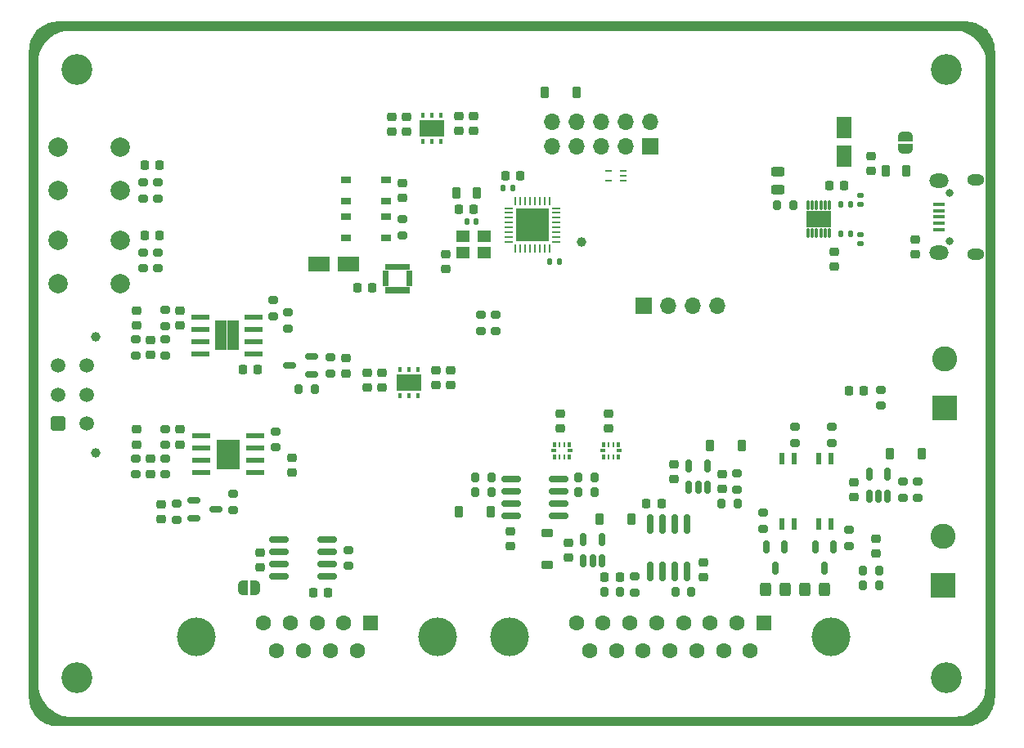
<source format=gts>
G04 #@! TF.GenerationSoftware,KiCad,Pcbnew,7.0.9*
G04 #@! TF.CreationDate,2023-12-02T16:20:12-07:00*
G04 #@! TF.ProjectId,Fuel_Cell_Controller_Prototype,4675656c-5f43-4656-9c6c-5f436f6e7472,V1.0*
G04 #@! TF.SameCoordinates,Original*
G04 #@! TF.FileFunction,Soldermask,Top*
G04 #@! TF.FilePolarity,Negative*
%FSLAX46Y46*%
G04 Gerber Fmt 4.6, Leading zero omitted, Abs format (unit mm)*
G04 Created by KiCad (PCBNEW 7.0.9) date 2023-12-02 16:20:12*
%MOMM*%
%LPD*%
G01*
G04 APERTURE LIST*
G04 Aperture macros list*
%AMRoundRect*
0 Rectangle with rounded corners*
0 $1 Rounding radius*
0 $2 $3 $4 $5 $6 $7 $8 $9 X,Y pos of 4 corners*
0 Add a 4 corners polygon primitive as box body*
4,1,4,$2,$3,$4,$5,$6,$7,$8,$9,$2,$3,0*
0 Add four circle primitives for the rounded corners*
1,1,$1+$1,$2,$3*
1,1,$1+$1,$4,$5*
1,1,$1+$1,$6,$7*
1,1,$1+$1,$8,$9*
0 Add four rect primitives between the rounded corners*
20,1,$1+$1,$2,$3,$4,$5,0*
20,1,$1+$1,$4,$5,$6,$7,0*
20,1,$1+$1,$6,$7,$8,$9,0*
20,1,$1+$1,$8,$9,$2,$3,0*%
%AMFreePoly0*
4,1,19,0.500000,-0.750000,0.000000,-0.750000,0.000000,-0.744911,-0.071157,-0.744911,-0.207708,-0.704816,-0.327430,-0.627875,-0.420627,-0.520320,-0.479746,-0.390866,-0.500000,-0.250000,-0.500000,0.250000,-0.479746,0.390866,-0.420627,0.520320,-0.327430,0.627875,-0.207708,0.704816,-0.071157,0.744911,0.000000,0.744911,0.000000,0.750000,0.500000,0.750000,0.500000,-0.750000,0.500000,-0.750000,
$1*%
%AMFreePoly1*
4,1,19,0.000000,0.744911,0.071157,0.744911,0.207708,0.704816,0.327430,0.627875,0.420627,0.520320,0.479746,0.390866,0.500000,0.250000,0.500000,-0.250000,0.479746,-0.390866,0.420627,-0.520320,0.327430,-0.627875,0.207708,-0.704816,0.071157,-0.744911,0.000000,-0.744911,0.000000,-0.750000,-0.500000,-0.750000,-0.500000,0.750000,0.000000,0.750000,0.000000,0.744911,0.000000,0.744911,
$1*%
G04 Aperture macros list end*
%ADD10C,0.150000*%
%ADD11C,0.010000*%
%ADD12RoundRect,0.218750X-0.218750X-0.381250X0.218750X-0.381250X0.218750X0.381250X-0.218750X0.381250X0*%
%ADD13RoundRect,0.218750X0.256250X-0.218750X0.256250X0.218750X-0.256250X0.218750X-0.256250X-0.218750X0*%
%ADD14RoundRect,0.218750X-0.256250X0.218750X-0.256250X-0.218750X0.256250X-0.218750X0.256250X0.218750X0*%
%ADD15RoundRect,0.225000X0.225000X0.250000X-0.225000X0.250000X-0.225000X-0.250000X0.225000X-0.250000X0*%
%ADD16RoundRect,0.225000X0.250000X-0.225000X0.250000X0.225000X-0.250000X0.225000X-0.250000X-0.225000X0*%
%ADD17RoundRect,0.225000X-0.225000X-0.250000X0.225000X-0.250000X0.225000X0.250000X-0.225000X0.250000X0*%
%ADD18RoundRect,0.200000X0.275000X-0.200000X0.275000X0.200000X-0.275000X0.200000X-0.275000X-0.200000X0*%
%ADD19RoundRect,0.225000X-0.250000X0.225000X-0.250000X-0.225000X0.250000X-0.225000X0.250000X0.225000X0*%
%ADD20RoundRect,0.250000X-0.325000X-0.450000X0.325000X-0.450000X0.325000X0.450000X-0.325000X0.450000X0*%
%ADD21RoundRect,0.150000X-0.150000X0.512500X-0.150000X-0.512500X0.150000X-0.512500X0.150000X0.512500X0*%
%ADD22RoundRect,0.200000X-0.275000X0.200000X-0.275000X-0.200000X0.275000X-0.200000X0.275000X0.200000X0*%
%ADD23RoundRect,0.150000X-0.150000X0.825000X-0.150000X-0.825000X0.150000X-0.825000X0.150000X0.825000X0*%
%ADD24C,3.200000*%
%ADD25C,2.000000*%
%ADD26RoundRect,0.200000X-0.200000X-0.275000X0.200000X-0.275000X0.200000X0.275000X-0.200000X0.275000X0*%
%ADD27R,1.050000X0.650000*%
%ADD28R,1.910000X0.610000*%
%ADD29R,1.205000X1.550000*%
%ADD30R,2.600000X2.600000*%
%ADD31C,2.600000*%
%ADD32RoundRect,0.200000X0.200000X0.275000X-0.200000X0.275000X-0.200000X-0.275000X0.200000X-0.275000X0*%
%ADD33RoundRect,0.150000X0.825000X0.150000X-0.825000X0.150000X-0.825000X-0.150000X0.825000X-0.150000X0*%
%ADD34R,1.700000X1.700000*%
%ADD35O,1.700000X1.700000*%
%ADD36R,0.300000X0.580000*%
%ADD37R,0.250000X0.580000*%
%ADD38R,0.630000X0.350000*%
%ADD39RoundRect,0.135000X-0.135000X-0.185000X0.135000X-0.185000X0.135000X0.185000X-0.135000X0.185000X0*%
%ADD40R,0.762000X0.279400*%
%ADD41R,0.450000X0.630000*%
%ADD42R,2.600000X1.700000*%
%ADD43RoundRect,0.140000X0.170000X-0.140000X0.170000X0.140000X-0.170000X0.140000X-0.170000X-0.140000X0*%
%ADD44FreePoly0,0.000000*%
%ADD45FreePoly1,0.000000*%
%ADD46RoundRect,0.150000X-0.825000X-0.150000X0.825000X-0.150000X0.825000X0.150000X-0.825000X0.150000X0*%
%ADD47C,1.000000*%
%ADD48RoundRect,0.250001X0.499999X-0.499999X0.499999X0.499999X-0.499999X0.499999X-0.499999X-0.499999X0*%
%ADD49C,1.500000*%
%ADD50FreePoly0,90.000000*%
%ADD51FreePoly1,90.000000*%
%ADD52R,2.200000X1.600000*%
%ADD53C,4.000000*%
%ADD54R,1.600000X1.600000*%
%ADD55C,1.600000*%
%ADD56R,0.558800X1.219200*%
%ADD57RoundRect,0.243750X0.456250X-0.243750X0.456250X0.243750X-0.456250X0.243750X-0.456250X-0.243750X0*%
%ADD58RoundRect,0.140000X-0.170000X0.140000X-0.170000X-0.140000X0.170000X-0.140000X0.170000X0.140000X0*%
%ADD59RoundRect,0.225000X0.225000X0.375000X-0.225000X0.375000X-0.225000X-0.375000X0.225000X-0.375000X0*%
%ADD60RoundRect,0.150000X0.150000X-0.512500X0.150000X0.512500X-0.150000X0.512500X-0.150000X-0.512500X0*%
%ADD61RoundRect,0.250000X0.325000X0.450000X-0.325000X0.450000X-0.325000X-0.450000X0.325000X-0.450000X0*%
%ADD62RoundRect,0.140000X0.140000X0.170000X-0.140000X0.170000X-0.140000X-0.170000X0.140000X-0.170000X0*%
%ADD63RoundRect,0.225000X-0.225000X-0.375000X0.225000X-0.375000X0.225000X0.375000X-0.225000X0.375000X0*%
%ADD64RoundRect,0.225000X-0.375000X0.225000X-0.375000X-0.225000X0.375000X-0.225000X0.375000X0.225000X0*%
%ADD65O,0.800000X0.800000*%
%ADD66R,1.300000X0.450000*%
%ADD67O,1.800000X1.150000*%
%ADD68O,2.000000X1.450000*%
%ADD69R,1.400000X1.200000*%
%ADD70RoundRect,0.140000X-0.140000X-0.170000X0.140000X-0.170000X0.140000X0.170000X-0.140000X0.170000X0*%
%ADD71RoundRect,0.057500X-0.117500X0.412500X-0.117500X-0.412500X0.117500X-0.412500X0.117500X0.412500X0*%
%ADD72RoundRect,0.050000X-1.250000X0.800000X-1.250000X-0.800000X1.250000X-0.800000X1.250000X0.800000X0*%
%ADD73RoundRect,0.150000X0.512500X0.150000X-0.512500X0.150000X-0.512500X-0.150000X0.512500X-0.150000X0*%
%ADD74RoundRect,0.062500X-0.375000X-0.062500X0.375000X-0.062500X0.375000X0.062500X-0.375000X0.062500X0*%
%ADD75RoundRect,0.062500X-0.062500X-0.375000X0.062500X-0.375000X0.062500X0.375000X-0.062500X0.375000X0*%
%ADD76R,3.450000X3.450000*%
%ADD77RoundRect,0.150000X-0.512500X-0.150000X0.512500X-0.150000X0.512500X0.150000X-0.512500X0.150000X0*%
%ADD78R,1.600000X2.200000*%
G04 APERTURE END LIST*
D10*
X198234058Y-135000000D02*
X198034058Y-135200000D01*
X195834058Y-135000000D01*
X196234058Y-134800000D01*
X197175313Y-134141255D01*
X198034058Y-133000000D01*
X198234058Y-135000000D01*
G36*
X198234058Y-135000000D02*
G01*
X198034058Y-135200000D01*
X195834058Y-135000000D01*
X196234058Y-134800000D01*
X197175313Y-134141255D01*
X198034058Y-133000000D01*
X198234058Y-135000000D01*
G37*
X198200000Y-68000000D02*
G75*
G03*
X194000000Y-63800000I-3697000J503000D01*
G01*
X99867113Y-130960983D02*
G75*
G03*
X104067134Y-135160985I3696987J-503017D01*
G01*
X102200000Y-64000000D02*
X101800000Y-64200000D01*
X100858745Y-64858745D01*
X100000000Y-66000000D01*
X99800000Y-64000000D01*
X100000000Y-63800000D01*
X102200000Y-64000000D01*
G36*
X102200000Y-64000000D02*
G01*
X101800000Y-64200000D01*
X100858745Y-64858745D01*
X100000000Y-66000000D01*
X99800000Y-64000000D01*
X100000000Y-63800000D01*
X102200000Y-64000000D01*
G37*
X194034049Y-135200064D02*
G75*
G03*
X198234057Y-131000000I502951J3697064D01*
G01*
X100267134Y-133160986D02*
X100925879Y-134102241D01*
X102067134Y-134960986D01*
X100067134Y-135160986D01*
X99867134Y-134960986D01*
X100067134Y-132760986D01*
X100267134Y-133160986D01*
G36*
X100267134Y-133160986D02*
G01*
X100925879Y-134102241D01*
X102067134Y-134960986D01*
X100067134Y-135160986D01*
X99867134Y-134960986D01*
X100067134Y-132760986D01*
X100267134Y-133160986D01*
G37*
X104000000Y-63800000D02*
G75*
G03*
X99800000Y-68000000I-503000J-3697000D01*
G01*
X198200000Y-64000000D02*
X198000000Y-66200000D01*
X197800000Y-65800000D01*
X197141255Y-64858745D01*
X196000000Y-64000000D01*
X198000000Y-63800000D01*
X198200000Y-64000000D01*
G36*
X198200000Y-64000000D02*
G01*
X198000000Y-66200000D01*
X197800000Y-65800000D01*
X197141255Y-64858745D01*
X196000000Y-64000000D01*
X198000000Y-63800000D01*
X198200000Y-64000000D01*
G37*
D11*
X136332800Y-91085800D02*
X135882800Y-91085800D01*
X135882800Y-90535800D01*
X136332800Y-90535800D01*
X136332800Y-91085800D01*
G36*
X136332800Y-91085800D02*
G01*
X135882800Y-91085800D01*
X135882800Y-90535800D01*
X136332800Y-90535800D01*
X136332800Y-91085800D01*
G37*
X136832800Y-91085800D02*
X136382800Y-91085800D01*
X136382800Y-90535800D01*
X136832800Y-90535800D01*
X136832800Y-91085800D01*
G36*
X136832800Y-91085800D02*
G01*
X136382800Y-91085800D01*
X136382800Y-90535800D01*
X136832800Y-90535800D01*
X136832800Y-91085800D01*
G37*
X137332800Y-91085800D02*
X136882800Y-91085800D01*
X136882800Y-90535800D01*
X137332800Y-90535800D01*
X137332800Y-91085800D01*
G36*
X137332800Y-91085800D02*
G01*
X136882800Y-91085800D01*
X136882800Y-90535800D01*
X137332800Y-90535800D01*
X137332800Y-91085800D01*
G37*
X137832800Y-91085800D02*
X137382800Y-91085800D01*
X137382800Y-90535800D01*
X137832800Y-90535800D01*
X137832800Y-91085800D01*
G36*
X137832800Y-91085800D02*
G01*
X137382800Y-91085800D01*
X137382800Y-90535800D01*
X137832800Y-90535800D01*
X137832800Y-91085800D01*
G37*
X138332800Y-91085800D02*
X137882800Y-91085800D01*
X137882800Y-90535800D01*
X138332800Y-90535800D01*
X138332800Y-91085800D01*
G36*
X138332800Y-91085800D02*
G01*
X137882800Y-91085800D01*
X137882800Y-90535800D01*
X138332800Y-90535800D01*
X138332800Y-91085800D01*
G37*
X136107800Y-90360800D02*
X135657800Y-90360800D01*
X135657800Y-89810800D01*
X136107800Y-89810800D01*
X136107800Y-90360800D01*
G36*
X136107800Y-90360800D02*
G01*
X135657800Y-90360800D01*
X135657800Y-89810800D01*
X136107800Y-89810800D01*
X136107800Y-90360800D01*
G37*
X138557800Y-90360800D02*
X138107800Y-90360800D01*
X138107800Y-89810800D01*
X138557800Y-89810800D01*
X138557800Y-90360800D01*
G36*
X138557800Y-90360800D02*
G01*
X138107800Y-90360800D01*
X138107800Y-89810800D01*
X138557800Y-89810800D01*
X138557800Y-90360800D01*
G37*
X136107800Y-89860800D02*
X135657800Y-89860800D01*
X135657800Y-89310800D01*
X136107800Y-89310800D01*
X136107800Y-89860800D01*
G36*
X136107800Y-89860800D02*
G01*
X135657800Y-89860800D01*
X135657800Y-89310800D01*
X136107800Y-89310800D01*
X136107800Y-89860800D01*
G37*
X138557800Y-89860800D02*
X138107800Y-89860800D01*
X138107800Y-89310800D01*
X138557800Y-89310800D01*
X138557800Y-89860800D01*
G36*
X138557800Y-89860800D02*
G01*
X138107800Y-89860800D01*
X138107800Y-89310800D01*
X138557800Y-89310800D01*
X138557800Y-89860800D01*
G37*
X136107800Y-89360800D02*
X135657800Y-89360800D01*
X135657800Y-88810800D01*
X136107800Y-88810800D01*
X136107800Y-89360800D01*
G36*
X136107800Y-89360800D02*
G01*
X135657800Y-89360800D01*
X135657800Y-88810800D01*
X136107800Y-88810800D01*
X136107800Y-89360800D01*
G37*
X138557800Y-89360800D02*
X138107800Y-89360800D01*
X138107800Y-88810800D01*
X138557800Y-88810800D01*
X138557800Y-89360800D01*
G36*
X138557800Y-89360800D02*
G01*
X138107800Y-89360800D01*
X138107800Y-88810800D01*
X138557800Y-88810800D01*
X138557800Y-89360800D01*
G37*
X136332800Y-88635800D02*
X135882800Y-88635800D01*
X135882800Y-88085800D01*
X136332800Y-88085800D01*
X136332800Y-88635800D01*
G36*
X136332800Y-88635800D02*
G01*
X135882800Y-88635800D01*
X135882800Y-88085800D01*
X136332800Y-88085800D01*
X136332800Y-88635800D01*
G37*
X136832800Y-88635800D02*
X136382800Y-88635800D01*
X136382800Y-88085800D01*
X136832800Y-88085800D01*
X136832800Y-88635800D01*
G36*
X136832800Y-88635800D02*
G01*
X136382800Y-88635800D01*
X136382800Y-88085800D01*
X136832800Y-88085800D01*
X136832800Y-88635800D01*
G37*
X137332800Y-88635800D02*
X136882800Y-88635800D01*
X136882800Y-88085800D01*
X137332800Y-88085800D01*
X137332800Y-88635800D01*
G36*
X137332800Y-88635800D02*
G01*
X136882800Y-88635800D01*
X136882800Y-88085800D01*
X137332800Y-88085800D01*
X137332800Y-88635800D01*
G37*
X137832800Y-88635800D02*
X137382800Y-88635800D01*
X137382800Y-88085800D01*
X137832800Y-88085800D01*
X137832800Y-88635800D01*
G36*
X137832800Y-88635800D02*
G01*
X137382800Y-88635800D01*
X137382800Y-88085800D01*
X137832800Y-88085800D01*
X137832800Y-88635800D01*
G37*
X138332800Y-88635800D02*
X137882800Y-88635800D01*
X137882800Y-88085800D01*
X138332800Y-88085800D01*
X138332800Y-88635800D01*
G36*
X138332800Y-88635800D02*
G01*
X137882800Y-88635800D01*
X137882800Y-88085800D01*
X138332800Y-88085800D01*
X138332800Y-88635800D01*
G37*
D12*
X143209500Y-80772000D03*
X145334500Y-80772000D03*
D13*
X112649000Y-114554000D03*
X112649000Y-112979000D03*
D14*
X131826000Y-97891500D03*
X131826000Y-99466500D03*
X110109000Y-105257500D03*
X110109000Y-106832500D03*
X110109000Y-92938500D03*
X110109000Y-94513500D03*
D15*
X185433000Y-101219000D03*
X183883000Y-101219000D03*
D16*
X186690000Y-118123000D03*
X186690000Y-116573000D03*
D17*
X111002200Y-85149400D03*
X112552200Y-85149400D03*
X110987000Y-77916400D03*
X112537000Y-77916400D03*
D18*
X130180500Y-99443000D03*
X130180500Y-97793000D03*
D19*
X114634500Y-105257000D03*
X114634500Y-106807000D03*
D20*
X179319500Y-121820000D03*
X181369500Y-121820000D03*
D21*
X177230500Y-117380500D03*
X175330500Y-117380500D03*
X176280500Y-119655500D03*
D22*
X113143000Y-92901000D03*
X113143000Y-94551000D03*
D23*
X167132000Y-115027000D03*
X165862000Y-115027000D03*
X164592000Y-115027000D03*
X163322000Y-115027000D03*
X163322000Y-119977000D03*
X164592000Y-119977000D03*
X165862000Y-119977000D03*
X167132000Y-119977000D03*
D22*
X191008000Y-110681000D03*
X191008000Y-112331000D03*
D24*
X194000000Y-131000000D03*
D18*
X182122500Y-106643000D03*
X182122500Y-104993000D03*
D22*
X113110500Y-108255000D03*
X113110500Y-109905000D03*
D24*
X104000000Y-131000000D03*
D25*
X101974000Y-76020000D03*
X108474000Y-76020000D03*
X101974000Y-80520000D03*
X108474000Y-80520000D03*
D16*
X148844000Y-117361000D03*
X148844000Y-115811000D03*
D26*
X185357000Y-121412000D03*
X187007000Y-121412000D03*
X158560000Y-122074000D03*
X160210000Y-122074000D03*
D27*
X135933000Y-81593000D03*
X131783000Y-81593000D03*
X135933000Y-79443000D03*
X131783000Y-79443000D03*
D28*
X116840000Y-105918000D03*
X116840000Y-107188000D03*
X116840000Y-108458000D03*
X116840000Y-109728000D03*
X122400000Y-109728000D03*
X122400000Y-108458000D03*
X122400000Y-107188000D03*
X122400000Y-105918000D03*
D29*
X119017500Y-107048000D03*
X119017500Y-108598000D03*
X120222500Y-107048000D03*
X120222500Y-108598000D03*
D18*
X178312500Y-106643000D03*
X178312500Y-104993000D03*
D30*
X193802000Y-102997000D03*
D31*
X193802000Y-97917000D03*
D26*
X155893000Y-111760000D03*
X157543000Y-111760000D03*
D32*
X187007000Y-119888000D03*
X185357000Y-119888000D03*
D18*
X112320800Y-81332200D03*
X112320800Y-79682200D03*
X189484000Y-112331000D03*
X189484000Y-110681000D03*
D33*
X153859000Y-114173000D03*
X153859000Y-112903000D03*
X153859000Y-111633000D03*
X153859000Y-110363000D03*
X148909000Y-110363000D03*
X148909000Y-111633000D03*
X148909000Y-112903000D03*
X148909000Y-114173000D03*
D18*
X187198000Y-102806000D03*
X187198000Y-101156000D03*
D22*
X110062500Y-108255000D03*
X110062500Y-109905000D03*
D34*
X162636200Y-92431000D03*
D35*
X165176200Y-92431000D03*
X167716200Y-92431000D03*
X170256200Y-92431000D03*
D16*
X145034000Y-74326000D03*
X145034000Y-72776000D03*
D17*
X158610000Y-120550000D03*
X160160000Y-120550000D03*
D36*
X158508000Y-108077000D03*
D37*
X159008000Y-108077000D03*
X159508000Y-108077000D03*
D36*
X160008000Y-108077000D03*
D38*
X160118000Y-107442000D03*
D36*
X160008000Y-106807000D03*
D37*
X159508000Y-106807000D03*
X159008000Y-106807000D03*
D36*
X158508000Y-106807000D03*
D38*
X158398000Y-107442000D03*
D22*
X124540500Y-105461000D03*
X124540500Y-107111000D03*
D39*
X183045000Y-85025000D03*
X184065000Y-85025000D03*
D36*
X153428000Y-108077000D03*
D37*
X153928000Y-108077000D03*
X154428000Y-108077000D03*
D36*
X154928000Y-108077000D03*
D38*
X155038000Y-107442000D03*
D36*
X154928000Y-106807000D03*
D37*
X154428000Y-106807000D03*
X153928000Y-106807000D03*
D36*
X153428000Y-106807000D03*
D38*
X153318000Y-107442000D03*
D24*
X104000000Y-68000000D03*
D40*
X160540700Y-79493999D03*
X160540700Y-78994000D03*
X160540700Y-78494001D03*
X158991300Y-78494001D03*
X158991300Y-79493999D03*
D41*
X137376000Y-101753000D03*
X138326000Y-101753000D03*
X139276000Y-101753000D03*
X139276000Y-99073000D03*
X138326000Y-99073000D03*
X137376000Y-99073000D03*
D42*
X138326000Y-100413000D03*
D18*
X112336000Y-88556000D03*
X112336000Y-86906000D03*
D24*
X194000000Y-68000000D03*
D43*
X185079000Y-81949000D03*
X185079000Y-80989000D03*
D28*
X116713000Y-93599000D03*
X116713000Y-94869000D03*
X116713000Y-96139000D03*
X116713000Y-97409000D03*
X122273000Y-97409000D03*
X122273000Y-96139000D03*
X122273000Y-94869000D03*
X122273000Y-93599000D03*
D29*
X118890500Y-94729000D03*
X118890500Y-96279000D03*
X120095500Y-94729000D03*
X120095500Y-96279000D03*
D22*
X113110500Y-105207000D03*
X113110500Y-106857000D03*
D32*
X146875000Y-110236000D03*
X145225000Y-110236000D03*
D44*
X121128000Y-121666000D03*
D45*
X122428000Y-121666000D03*
D16*
X184404000Y-112281000D03*
X184404000Y-110731000D03*
D17*
X148323000Y-78994000D03*
X149873000Y-78994000D03*
D46*
X124906000Y-116675000D03*
X124906000Y-117945000D03*
X124906000Y-119215000D03*
X124906000Y-120485000D03*
X129856000Y-120485000D03*
X129856000Y-119215000D03*
X129856000Y-117945000D03*
X129856000Y-116675000D03*
D47*
X105926500Y-107653500D03*
X105926500Y-95653500D03*
D48*
X101986500Y-104653500D03*
D49*
X101986500Y-101653500D03*
X101986500Y-98653500D03*
X104986500Y-104653500D03*
X104986500Y-101653500D03*
X104986500Y-98653500D03*
D26*
X176467000Y-82042000D03*
X178117000Y-82042000D03*
D18*
X172273000Y-111469000D03*
X172273000Y-109819000D03*
D22*
X175010500Y-113883000D03*
X175010500Y-115533000D03*
D47*
X156210000Y-85852000D03*
D26*
X145225000Y-111760000D03*
X146875000Y-111760000D03*
D27*
X135933000Y-85403000D03*
X131783000Y-85403000D03*
X135933000Y-83253000D03*
X131783000Y-83253000D03*
D50*
X189738000Y-76200000D03*
D51*
X189738000Y-74900000D03*
D17*
X133005400Y-90601800D03*
X134555400Y-90601800D03*
D22*
X110796800Y-79682200D03*
X110796800Y-81332200D03*
D52*
X132054600Y-88138000D03*
X129054600Y-88138000D03*
D16*
X168783000Y-120563000D03*
X168783000Y-119013000D03*
D18*
X161671000Y-122137000D03*
X161671000Y-120487000D03*
D53*
X148710000Y-126750000D03*
X182010000Y-126750000D03*
D54*
X175055000Y-125330000D03*
D55*
X172285000Y-125330000D03*
X169515000Y-125330000D03*
X166745000Y-125330000D03*
X163975000Y-125330000D03*
X161205000Y-125330000D03*
X158435000Y-125330000D03*
X155665000Y-125330000D03*
X173670000Y-128170000D03*
X170900000Y-128170000D03*
X168130000Y-128170000D03*
X165360000Y-128170000D03*
X162590000Y-128170000D03*
X159820000Y-128170000D03*
X157050000Y-128170000D03*
D16*
X154813000Y-118531000D03*
X154813000Y-116981000D03*
D17*
X121145000Y-99060000D03*
X122695000Y-99060000D03*
D19*
X154022000Y-103619000D03*
X154022000Y-105169000D03*
D16*
X165735000Y-110403000D03*
X165735000Y-108853000D03*
D39*
X183045000Y-81977000D03*
X184065000Y-81977000D03*
D16*
X143510000Y-74326000D03*
X143510000Y-72776000D03*
D19*
X142113000Y-87109000D03*
X142113000Y-88659000D03*
D56*
X181995500Y-108269100D03*
X180725500Y-108269100D03*
X180725500Y-115050900D03*
X181995500Y-115050900D03*
D57*
X176530000Y-80439500D03*
X176530000Y-78564500D03*
D58*
X185079000Y-85053000D03*
X185079000Y-86013000D03*
D59*
X146812000Y-113792000D03*
X143512000Y-113792000D03*
D60*
X167325000Y-111273500D03*
X168275000Y-111273500D03*
X169225000Y-111273500D03*
X169225000Y-108998500D03*
X167325000Y-108998500D03*
D19*
X126238000Y-108191000D03*
X126238000Y-109741000D03*
D41*
X139766000Y-75399000D03*
X140716000Y-75399000D03*
X141666000Y-75399000D03*
X141666000Y-72719000D03*
X140716000Y-72719000D03*
X139766000Y-72719000D03*
D42*
X140716000Y-74059000D03*
D61*
X177305500Y-121820000D03*
X175255500Y-121820000D03*
D12*
X187659500Y-78486000D03*
X189784500Y-78486000D03*
D19*
X159004000Y-103619000D03*
X159004000Y-105169000D03*
D15*
X183401000Y-80010000D03*
X181851000Y-80010000D03*
D26*
X165926000Y-122074000D03*
X167576000Y-122074000D03*
D22*
X124319000Y-91885000D03*
X124319000Y-93535000D03*
D19*
X122936000Y-117994000D03*
X122936000Y-119544000D03*
D62*
X153896000Y-87884000D03*
X152936000Y-87884000D03*
D63*
X188138000Y-107746000D03*
X191438000Y-107746000D03*
D16*
X135532000Y-100934000D03*
X135532000Y-99384000D03*
D22*
X125843000Y-93155000D03*
X125843000Y-94805000D03*
D32*
X172336000Y-112930000D03*
X170686000Y-112930000D03*
D60*
X185994000Y-112135500D03*
X186944000Y-112135500D03*
X187894000Y-112135500D03*
X187894000Y-109860500D03*
X185994000Y-109860500D03*
D56*
X178185500Y-108269100D03*
X176915500Y-108269100D03*
X176915500Y-115050900D03*
X178185500Y-115050900D03*
D22*
X137668000Y-83503000D03*
X137668000Y-85153000D03*
D19*
X190754000Y-85585000D03*
X190754000Y-87135000D03*
D15*
X129965248Y-122125966D03*
X128415248Y-122125966D03*
D16*
X134008000Y-100934000D03*
X134008000Y-99384000D03*
D64*
X152604000Y-116002000D03*
X152604000Y-119302000D03*
D59*
X155651000Y-70308000D03*
X152351000Y-70308000D03*
D22*
X110081000Y-95949000D03*
X110081000Y-97599000D03*
D19*
X182372000Y-86855000D03*
X182372000Y-88405000D03*
D62*
X145288000Y-83693000D03*
X144328000Y-83693000D03*
D16*
X186182000Y-78499000D03*
X186182000Y-76949000D03*
X142644000Y-100680002D03*
X142644000Y-99130002D03*
D19*
X111586500Y-108305000D03*
X111586500Y-109855000D03*
D53*
X116314000Y-126750000D03*
X141314000Y-126750000D03*
D54*
X134354000Y-125330000D03*
D55*
X131584000Y-125330000D03*
X128814000Y-125330000D03*
X126044000Y-125330000D03*
X123274000Y-125330000D03*
X132969000Y-128170000D03*
X130199000Y-128170000D03*
X127429000Y-128170000D03*
X124659000Y-128170000D03*
D65*
X194272000Y-85747000D03*
X194272000Y-80747000D03*
D66*
X193172000Y-84547000D03*
X193172000Y-83897000D03*
X193172000Y-83247000D03*
X193172000Y-82597000D03*
X193172000Y-81947000D03*
D67*
X197022000Y-87122000D03*
D68*
X193222000Y-86972000D03*
X193222000Y-79522000D03*
D67*
X197022000Y-79372000D03*
D16*
X170749000Y-111419000D03*
X170749000Y-109869000D03*
D69*
X143934000Y-86956000D03*
X146134000Y-86956000D03*
X146134000Y-85256000D03*
X143934000Y-85256000D03*
D70*
X148110000Y-80264000D03*
X149070000Y-80264000D03*
D22*
X114300000Y-112967000D03*
X114300000Y-114617000D03*
D21*
X182310500Y-117380500D03*
X180410500Y-117380500D03*
X181360500Y-119655500D03*
D22*
X110812000Y-86906000D03*
X110812000Y-88556000D03*
D32*
X157543000Y-110236000D03*
X155893000Y-110236000D03*
D18*
X132080000Y-119380000D03*
X132080000Y-117730000D03*
D30*
X193599000Y-121417000D03*
D31*
X193599000Y-116337000D03*
D71*
X181886000Y-82066000D03*
X181436000Y-82066000D03*
X180986000Y-82066000D03*
X180536000Y-82066000D03*
X180086000Y-82066000D03*
X179636000Y-82066000D03*
X179636000Y-84936000D03*
X180086000Y-84936000D03*
X180536000Y-84936000D03*
X180986000Y-84936000D03*
X181436000Y-84936000D03*
X181886000Y-84936000D03*
D72*
X180761000Y-83501000D03*
D16*
X141120000Y-100680002D03*
X141120000Y-99130002D03*
D19*
X137668000Y-79743000D03*
X137668000Y-81293000D03*
D63*
X158039000Y-114504000D03*
X161339000Y-114504000D03*
D22*
X183900500Y-115661000D03*
X183900500Y-117311000D03*
X147320000Y-93409000D03*
X147320000Y-95059000D03*
D19*
X114667000Y-92951000D03*
X114667000Y-94501000D03*
D73*
X128270000Y-99568000D03*
X128270000Y-97668000D03*
X125995000Y-98618000D03*
D63*
X169469000Y-106884000D03*
X172769000Y-106884000D03*
D60*
X156403000Y-118893500D03*
X157353000Y-118893500D03*
X158303000Y-118893500D03*
X158303000Y-116618500D03*
X156403000Y-116618500D03*
D74*
X148692500Y-82324000D03*
X148692500Y-82824000D03*
X148692500Y-83324000D03*
X148692500Y-83824000D03*
X148692500Y-84324000D03*
X148692500Y-84824000D03*
X148692500Y-85324000D03*
X148692500Y-85824000D03*
D75*
X149380000Y-86511500D03*
X149880000Y-86511500D03*
X150380000Y-86511500D03*
X150880000Y-86511500D03*
X151380000Y-86511500D03*
X151880000Y-86511500D03*
X152380000Y-86511500D03*
X152880000Y-86511500D03*
D74*
X153567500Y-85824000D03*
X153567500Y-85324000D03*
X153567500Y-84824000D03*
X153567500Y-84324000D03*
X153567500Y-83824000D03*
X153567500Y-83324000D03*
X153567500Y-82824000D03*
X153567500Y-82324000D03*
D75*
X152880000Y-81636500D03*
X152380000Y-81636500D03*
X151880000Y-81636500D03*
X151380000Y-81636500D03*
X150880000Y-81636500D03*
X150380000Y-81636500D03*
X149880000Y-81636500D03*
X149380000Y-81636500D03*
D76*
X151130000Y-84074000D03*
D15*
X164478000Y-112930000D03*
X162928000Y-112930000D03*
D77*
X116089000Y-112588000D03*
X116089000Y-114488000D03*
X118364000Y-113538000D03*
D16*
X138072000Y-74422000D03*
X138072000Y-72872000D03*
D15*
X145047000Y-82423000D03*
X143497000Y-82423000D03*
D25*
X101974000Y-85672000D03*
X108474000Y-85672000D03*
X101974000Y-90172000D03*
X108474000Y-90172000D03*
D16*
X136548000Y-74422000D03*
X136548000Y-72872000D03*
D19*
X111619000Y-95999000D03*
X111619000Y-97549000D03*
D22*
X120142000Y-111951000D03*
X120142000Y-113601000D03*
D78*
X183388000Y-76962000D03*
X183388000Y-73962000D03*
D22*
X145826000Y-93409000D03*
X145826000Y-95059000D03*
D32*
X128587000Y-101092000D03*
X126937000Y-101092000D03*
D34*
X163322000Y-75946000D03*
D35*
X163322000Y-73406000D03*
X160782000Y-75946000D03*
X160782000Y-73406000D03*
X158242000Y-75946000D03*
X158242000Y-73406000D03*
X155702000Y-75946000D03*
X155702000Y-73406000D03*
X153162000Y-75946000D03*
X153162000Y-73406000D03*
D22*
X113143000Y-95949000D03*
X113143000Y-97599000D03*
G36*
X195999967Y-63001180D02*
G01*
X196084038Y-63004719D01*
X196167946Y-63009432D01*
X196333617Y-63023405D01*
X196337073Y-63023794D01*
X196500002Y-63046796D01*
X196503431Y-63047378D01*
X196664790Y-63079474D01*
X196668181Y-63080248D01*
X196827525Y-63121351D01*
X196830868Y-63122314D01*
X196987623Y-63172277D01*
X196990906Y-63173426D01*
X197144598Y-63232092D01*
X197147812Y-63233423D01*
X197298014Y-63300633D01*
X197301149Y-63302142D01*
X197447330Y-63377662D01*
X197450375Y-63379345D01*
X197592087Y-63462939D01*
X197595032Y-63464790D01*
X197733282Y-63557166D01*
X197799630Y-63604242D01*
X197867552Y-63655358D01*
X197870272Y-63657527D01*
X197923885Y-63702799D01*
X197943998Y-63724375D01*
X197967447Y-63756461D01*
X197988599Y-63803729D01*
X197997099Y-63843532D01*
X197995603Y-63901542D01*
X197994249Y-63906592D01*
X197957874Y-63966246D01*
X197906596Y-63994248D01*
X197900924Y-63995769D01*
X197868807Y-64000000D01*
X103000008Y-64000000D01*
X102664112Y-64018862D01*
X102664099Y-64018864D01*
X102332440Y-64075215D01*
X102332432Y-64075217D01*
X102009165Y-64168349D01*
X101834829Y-64240561D01*
X101787377Y-64250000D01*
X99825958Y-64250000D01*
X99758919Y-64230315D01*
X99713164Y-64177511D01*
X99703220Y-64108353D01*
X99731216Y-64046001D01*
X99765460Y-64005445D01*
X99767778Y-64002851D01*
X99880821Y-63883281D01*
X99883281Y-63880821D01*
X100002835Y-63767792D01*
X100005429Y-63765474D01*
X100131143Y-63659319D01*
X100133862Y-63657150D01*
X100265336Y-63558206D01*
X100268173Y-63556193D01*
X100404967Y-63464790D01*
X100407912Y-63462939D01*
X100549624Y-63379345D01*
X100552669Y-63377662D01*
X100698851Y-63302142D01*
X100701985Y-63300633D01*
X100852169Y-63233430D01*
X100855383Y-63232099D01*
X101009093Y-63173426D01*
X101012376Y-63172277D01*
X101169131Y-63122314D01*
X101172474Y-63121351D01*
X101331818Y-63080248D01*
X101335209Y-63079474D01*
X101496568Y-63047378D01*
X101499997Y-63046796D01*
X101662926Y-63023794D01*
X101666382Y-63023405D01*
X101832054Y-63009432D01*
X101915962Y-63004719D01*
X102000033Y-63001180D01*
X102084170Y-63000000D01*
X195915830Y-63000000D01*
X195999967Y-63001180D01*
G37*
G36*
X100178947Y-63713830D02*
G01*
X100231163Y-63760256D01*
X100250000Y-63825958D01*
X100250000Y-65787376D01*
X100240561Y-65834829D01*
X100168350Y-66009161D01*
X100075217Y-66332432D01*
X100075215Y-66332440D01*
X100018864Y-66664099D01*
X100018862Y-66664112D01*
X100000000Y-67000008D01*
X100000000Y-131999992D01*
X100018862Y-132335887D01*
X100018864Y-132335900D01*
X100075215Y-132667559D01*
X100075217Y-132667567D01*
X100168348Y-132990830D01*
X100240561Y-133165169D01*
X100250000Y-133212622D01*
X100250000Y-135174041D01*
X100230315Y-135241080D01*
X100177511Y-135286835D01*
X100108353Y-135296779D01*
X100046000Y-135268783D01*
X100005430Y-135234525D01*
X100002835Y-135232207D01*
X99883289Y-135119186D01*
X99880830Y-135116726D01*
X99767785Y-134997155D01*
X99765467Y-134994561D01*
X99659319Y-134868857D01*
X99657151Y-134866137D01*
X99558206Y-134734663D01*
X99556193Y-134731826D01*
X99464790Y-134595032D01*
X99462939Y-134592087D01*
X99379345Y-134450375D01*
X99377662Y-134447330D01*
X99302142Y-134301149D01*
X99300633Y-134298014D01*
X99233423Y-134147812D01*
X99232092Y-134144598D01*
X99173426Y-133990906D01*
X99172277Y-133987623D01*
X99122314Y-133830868D01*
X99121351Y-133827525D01*
X99080248Y-133668181D01*
X99079474Y-133664790D01*
X99047378Y-133503431D01*
X99046796Y-133500002D01*
X99023794Y-133337073D01*
X99023405Y-133333617D01*
X99009432Y-133167946D01*
X99004719Y-133084038D01*
X99001180Y-132999967D01*
X99000000Y-132915830D01*
X99000000Y-66084170D01*
X99001180Y-66000033D01*
X99004719Y-65915962D01*
X99009432Y-65832055D01*
X99023405Y-65666382D01*
X99023794Y-65662926D01*
X99046796Y-65499997D01*
X99047378Y-65496568D01*
X99079474Y-65335209D01*
X99080248Y-65331818D01*
X99121351Y-65172474D01*
X99122314Y-65169131D01*
X99172277Y-65012376D01*
X99173426Y-65009093D01*
X99232092Y-64855401D01*
X99233423Y-64852187D01*
X99300633Y-64701986D01*
X99302143Y-64698851D01*
X99377660Y-64552674D01*
X99379343Y-64549630D01*
X99462939Y-64407913D01*
X99464790Y-64404967D01*
X99556193Y-64268173D01*
X99558206Y-64265336D01*
X99657150Y-64133862D01*
X99659319Y-64131143D01*
X99765461Y-64005444D01*
X99767779Y-64002851D01*
X99880821Y-63883281D01*
X99883281Y-63880821D01*
X100002836Y-63767792D01*
X100005430Y-63765473D01*
X100046000Y-63731216D01*
X100109921Y-63703005D01*
X100178947Y-63713830D01*
G37*
G36*
X198196266Y-64011399D02*
G01*
X198243542Y-64032554D01*
X198275625Y-64056002D01*
X198297197Y-64076112D01*
X198342470Y-64129725D01*
X198344640Y-64132445D01*
X198395757Y-64200370D01*
X198442834Y-64266718D01*
X198535209Y-64404967D01*
X198537060Y-64407912D01*
X198620654Y-64549624D01*
X198622337Y-64552669D01*
X198697857Y-64698850D01*
X198699366Y-64701985D01*
X198766576Y-64852187D01*
X198767907Y-64855401D01*
X198826573Y-65009093D01*
X198827722Y-65012376D01*
X198877685Y-65169131D01*
X198878648Y-65172474D01*
X198919751Y-65331818D01*
X198920525Y-65335209D01*
X198952621Y-65496568D01*
X198953203Y-65499997D01*
X198976205Y-65662924D01*
X198976594Y-65666380D01*
X198990569Y-65832054D01*
X198995281Y-65915962D01*
X198998820Y-66000033D01*
X199000000Y-66084170D01*
X199000000Y-132915830D01*
X198998820Y-132999967D01*
X198995281Y-133084038D01*
X198990569Y-133167947D01*
X198976594Y-133333619D01*
X198976205Y-133337075D01*
X198953203Y-133500002D01*
X198952621Y-133503431D01*
X198920525Y-133664790D01*
X198919751Y-133668181D01*
X198878648Y-133827525D01*
X198877685Y-133830868D01*
X198827722Y-133987623D01*
X198826573Y-133990906D01*
X198767900Y-134144616D01*
X198766569Y-134147830D01*
X198699366Y-134298014D01*
X198697857Y-134301148D01*
X198622337Y-134447330D01*
X198620654Y-134450375D01*
X198537060Y-134592087D01*
X198535209Y-134595032D01*
X198443806Y-134731826D01*
X198441793Y-134734663D01*
X198342848Y-134866137D01*
X198340680Y-134868857D01*
X198234527Y-134994567D01*
X198232209Y-134997160D01*
X198119178Y-135116718D01*
X198116718Y-135119178D01*
X197997155Y-135232214D01*
X197994562Y-135234530D01*
X197954003Y-135268781D01*
X197890083Y-135296995D01*
X197821057Y-135286172D01*
X197768840Y-135239748D01*
X197750000Y-135174042D01*
X197750000Y-133212622D01*
X197759439Y-133165169D01*
X197831651Y-132990830D01*
X197924782Y-132667567D01*
X197924784Y-132667559D01*
X197981135Y-132335900D01*
X197981137Y-132335887D01*
X198000000Y-131999992D01*
X198000000Y-64131192D01*
X198004226Y-64099095D01*
X198005746Y-64093423D01*
X198042113Y-64033763D01*
X198093424Y-64005746D01*
X198098473Y-64004393D01*
X198156461Y-64002900D01*
X198196266Y-64011399D01*
G37*
G36*
X101834829Y-134759439D02*
G01*
X102009165Y-134831650D01*
X102332432Y-134924782D01*
X102332440Y-134924784D01*
X102664099Y-134981135D01*
X102664112Y-134981137D01*
X103000008Y-135000000D01*
X194999992Y-135000000D01*
X195335887Y-134981137D01*
X195335900Y-134981135D01*
X195667559Y-134924784D01*
X195667567Y-134924782D01*
X195990834Y-134831650D01*
X196165171Y-134759439D01*
X196212623Y-134750000D01*
X198174042Y-134750000D01*
X198241081Y-134769685D01*
X198286836Y-134822489D01*
X198296780Y-134891647D01*
X198268781Y-134954003D01*
X198234525Y-134994568D01*
X198232209Y-134997161D01*
X198119178Y-135116718D01*
X198116718Y-135119178D01*
X197997154Y-135232214D01*
X197994561Y-135234532D01*
X197868857Y-135340680D01*
X197866137Y-135342848D01*
X197734663Y-135441793D01*
X197731826Y-135443806D01*
X197595032Y-135535209D01*
X197592087Y-135537060D01*
X197450375Y-135620654D01*
X197447330Y-135622337D01*
X197301149Y-135697857D01*
X197298014Y-135699366D01*
X197147812Y-135766576D01*
X197144598Y-135767907D01*
X196990906Y-135826573D01*
X196987623Y-135827722D01*
X196830868Y-135877685D01*
X196827525Y-135878648D01*
X196668181Y-135919751D01*
X196664790Y-135920525D01*
X196503431Y-135952621D01*
X196500002Y-135953203D01*
X196337075Y-135976205D01*
X196333619Y-135976594D01*
X196167947Y-135990569D01*
X196084038Y-135995281D01*
X195999967Y-135998820D01*
X195915830Y-136000000D01*
X102084170Y-136000000D01*
X102000033Y-135998820D01*
X101915962Y-135995281D01*
X101832054Y-135990569D01*
X101666380Y-135976594D01*
X101662924Y-135976205D01*
X101499997Y-135953203D01*
X101496568Y-135952621D01*
X101335209Y-135920525D01*
X101331818Y-135919751D01*
X101172474Y-135878648D01*
X101169131Y-135877685D01*
X101012376Y-135827722D01*
X101009093Y-135826573D01*
X100855383Y-135767900D01*
X100852169Y-135766569D01*
X100701985Y-135699366D01*
X100698851Y-135697856D01*
X100552674Y-135622339D01*
X100549630Y-135620656D01*
X100407913Y-135537060D01*
X100404967Y-135535209D01*
X100268173Y-135443806D01*
X100265336Y-135441793D01*
X100133862Y-135342849D01*
X100131143Y-135340680D01*
X100005429Y-135234525D01*
X100002835Y-135232207D01*
X99883289Y-135119186D01*
X99880830Y-135116726D01*
X99767785Y-134997155D01*
X99765468Y-134994561D01*
X99731218Y-134954002D01*
X99703005Y-134890081D01*
X99713829Y-134821055D01*
X99760253Y-134768839D01*
X99825958Y-134750000D01*
X101787377Y-134750000D01*
X101834829Y-134759439D01*
G37*
M02*

</source>
